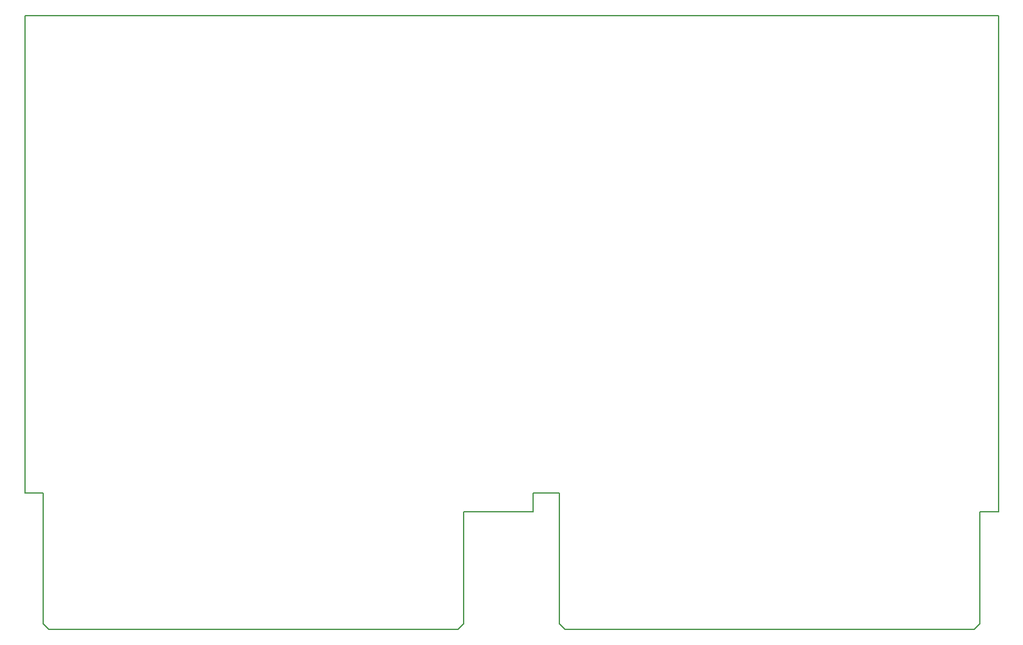
<source format=gbr>
%TF.GenerationSoftware,KiCad,Pcbnew,6.0.11+dfsg-1*%
%TF.CreationDate,2024-06-30T22:37:57-05:00*%
%TF.ProjectId,backplane_tracer,6261636b-706c-4616-9e65-5f7472616365,rev?*%
%TF.SameCoordinates,Original*%
%TF.FileFunction,Profile,NP*%
%FSLAX46Y46*%
G04 Gerber Fmt 4.6, Leading zero omitted, Abs format (unit mm)*
G04 Created by KiCad (PCBNEW 6.0.11+dfsg-1) date 2024-06-30 22:37:57*
%MOMM*%
%LPD*%
G01*
G04 APERTURE LIST*
%TA.AperFunction,Profile*%
%ADD10C,0.127000*%
%TD*%
G04 APERTURE END LIST*
D10*
X197866000Y-140843000D02*
X198628000Y-140081000D01*
X128016000Y-140843000D02*
X128778000Y-140081000D01*
X141732000Y-140081000D02*
X142494000Y-140843000D01*
X71882000Y-140081000D02*
X72644000Y-140843000D01*
X201168000Y-57785000D02*
X201168000Y-124968000D01*
X138176000Y-124968000D02*
X138176000Y-122428000D01*
X71882000Y-122428000D02*
X71882000Y-140081000D01*
X198628000Y-124968000D02*
X198628000Y-140081000D01*
X201168000Y-124968000D02*
X198628000Y-124968000D01*
X197866000Y-140843000D02*
X142494000Y-140843000D01*
X128016000Y-140843000D02*
X72644000Y-140843000D01*
X69418200Y-57785000D02*
X69418200Y-122428000D01*
X141732000Y-122428000D02*
X138176000Y-122428000D01*
X138176000Y-124968000D02*
X128778000Y-124968000D01*
X201168000Y-57785000D02*
X69418200Y-57785000D01*
X141732000Y-122428000D02*
X141732000Y-140081000D01*
X128778000Y-124968000D02*
X128778000Y-140081000D01*
X71882000Y-122428000D02*
X69418200Y-122428000D01*
M02*

</source>
